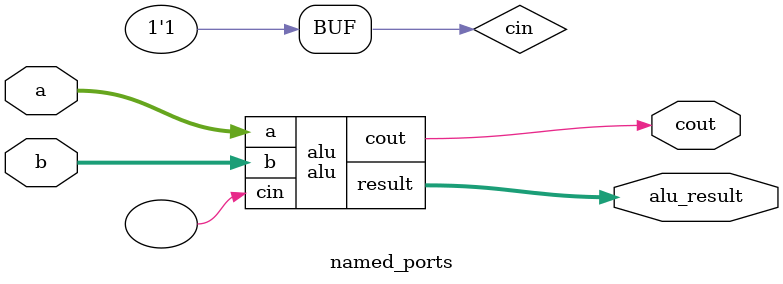
<source format=v>
module alu (input [2:0] a, input [2:0] b, input cin, output cout, output [2:0] result);
	assign cout = cin;
	assign result = a + b;
endmodule

module named_ports(input [2:0] a, b, output [2:0] alu_result, output cout);
	wire cin = 1;
	alu alu (
		.a(a),
		.b, // Implicit connection is equivalent to .b(b)
		.cin(), // Explicitely unconnected
		.cout(cout),
		.result(alu_result)
	);
endmodule

</source>
